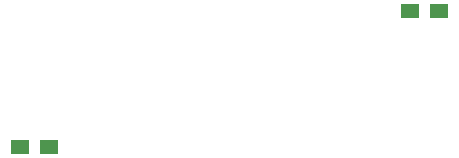
<source format=gtp>
G04 #@! TF.GenerationSoftware,KiCad,Pcbnew,5.1.4*
G04 #@! TF.CreationDate,2019-10-08T23:19:43+02:00*
G04 #@! TF.ProjectId,rc-29f001,72632d32-3966-4303-9031-2e6b69636164,rev?*
G04 #@! TF.SameCoordinates,Original*
G04 #@! TF.FileFunction,Paste,Top*
G04 #@! TF.FilePolarity,Positive*
%FSLAX46Y46*%
G04 Gerber Fmt 4.6, Leading zero omitted, Abs format (unit mm)*
G04 Created by KiCad (PCBNEW 5.1.4) date 2019-10-08 23:19:43*
%MOMM*%
%LPD*%
G04 APERTURE LIST*
%ADD10R,1.500000X1.250000*%
G04 APERTURE END LIST*
D10*
X40750000Y-179750000D03*
X38250000Y-179750000D03*
X71250000Y-168250000D03*
X73750000Y-168250000D03*
M02*

</source>
